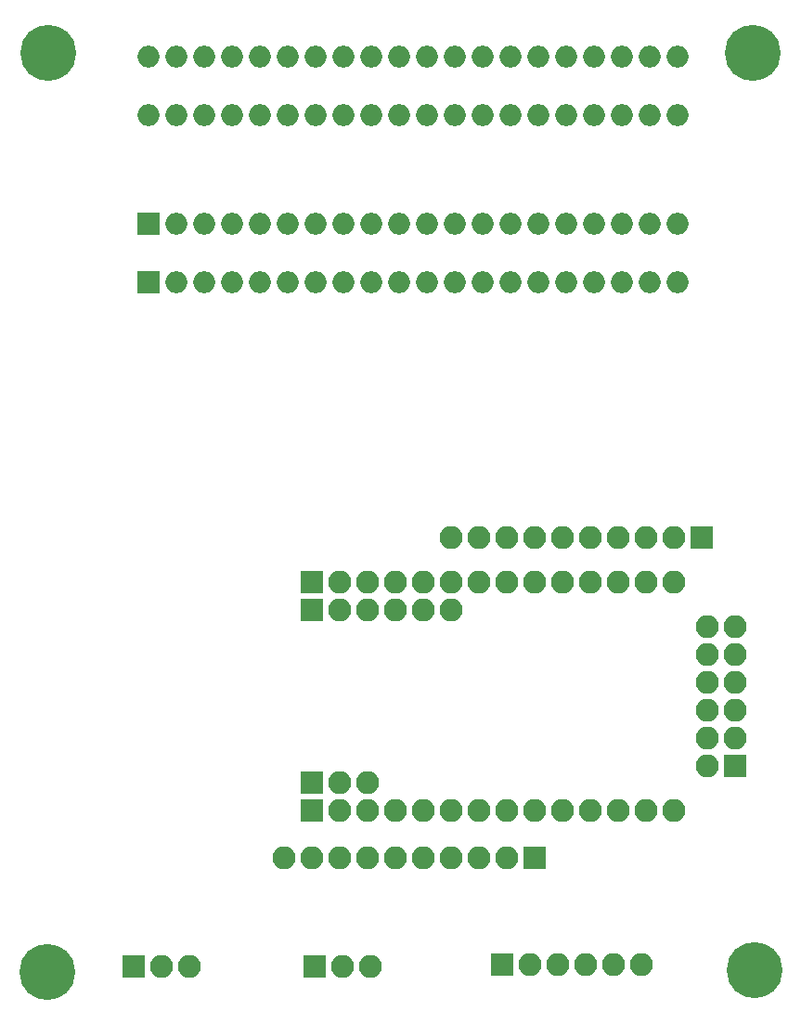
<source format=gbs>
G04 #@! TF.GenerationSoftware,KiCad,Pcbnew,(5.1.2-1)-1*
G04 #@! TF.CreationDate,2019-09-02T17:54:29+01:00*
G04 #@! TF.ProjectId,tranZPUter,7472616e-5a50-4557-9465-722e6b696361,rev?*
G04 #@! TF.SameCoordinates,Original*
G04 #@! TF.FileFunction,Soldermask,Bot*
G04 #@! TF.FilePolarity,Negative*
%FSLAX46Y46*%
G04 Gerber Fmt 4.6, Leading zero omitted, Abs format (unit mm)*
G04 Created by KiCad (PCBNEW (5.1.2-1)-1) date 2019-09-02 17:54:29*
%MOMM*%
%LPD*%
G04 APERTURE LIST*
%ADD10O,2.000000X2.000000*%
%ADD11R,2.000000X2.000000*%
%ADD12C,5.100000*%
%ADD13O,2.100000X2.100000*%
%ADD14R,2.100000X2.100000*%
G04 APERTURE END LIST*
D10*
X69351000Y-57116000D03*
X117611000Y-72356000D03*
X71891000Y-57116000D03*
X115071000Y-72356000D03*
X74431000Y-57116000D03*
X112531000Y-72356000D03*
X76971000Y-57116000D03*
X109991000Y-72356000D03*
X79511000Y-57116000D03*
X107451000Y-72356000D03*
X82051000Y-57116000D03*
X104911000Y-72356000D03*
X84591000Y-57116000D03*
X102371000Y-72356000D03*
X87131000Y-57116000D03*
X99831000Y-72356000D03*
X89671000Y-57116000D03*
X97291000Y-72356000D03*
X92211000Y-57116000D03*
X94751000Y-72356000D03*
X94751000Y-57116000D03*
X92211000Y-72356000D03*
X97291000Y-57116000D03*
X89671000Y-72356000D03*
X99831000Y-57116000D03*
X87131000Y-72356000D03*
X102371000Y-57116000D03*
X84591000Y-72356000D03*
X104911000Y-57116000D03*
X82051000Y-72356000D03*
X107451000Y-57116000D03*
X79511000Y-72356000D03*
X109991000Y-57116000D03*
X76971000Y-72356000D03*
X112531000Y-57116000D03*
X74431000Y-72356000D03*
X115071000Y-57116000D03*
X71891000Y-72356000D03*
X117611000Y-57116000D03*
D11*
X69351000Y-72356000D03*
D10*
X69351000Y-62450000D03*
X117611000Y-77690000D03*
X71891000Y-62450000D03*
X115071000Y-77690000D03*
X74431000Y-62450000D03*
X112531000Y-77690000D03*
X76971000Y-62450000D03*
X109991000Y-77690000D03*
X79511000Y-62450000D03*
X107451000Y-77690000D03*
X82051000Y-62450000D03*
X104911000Y-77690000D03*
X84591000Y-62450000D03*
X102371000Y-77690000D03*
X87131000Y-62450000D03*
X99831000Y-77690000D03*
X89671000Y-62450000D03*
X97291000Y-77690000D03*
X92211000Y-62450000D03*
X94751000Y-77690000D03*
X94751000Y-62450000D03*
X92211000Y-77690000D03*
X97291000Y-62450000D03*
X89671000Y-77690000D03*
X99831000Y-62450000D03*
X87131000Y-77690000D03*
X102371000Y-62450000D03*
X84591000Y-77690000D03*
X104911000Y-62450000D03*
X82051000Y-77690000D03*
X107451000Y-62450000D03*
X79511000Y-77690000D03*
X109991000Y-62450000D03*
X76971000Y-77690000D03*
X112531000Y-62450000D03*
X74431000Y-77690000D03*
X115071000Y-62450000D03*
X71891000Y-77690000D03*
X117611000Y-62450000D03*
D11*
X69351000Y-77690000D03*
D12*
X124596000Y-140428000D03*
X60080000Y-140555000D03*
X124469000Y-56735000D03*
X60207000Y-56735000D03*
D13*
X96910000Y-100931000D03*
X99450000Y-100931000D03*
X101990000Y-100931000D03*
X104530000Y-100931000D03*
X107070000Y-100931000D03*
X109610000Y-100931000D03*
X112150000Y-100931000D03*
X114690000Y-100931000D03*
X117230000Y-100931000D03*
D14*
X119770000Y-100931000D03*
D13*
X81670000Y-130141000D03*
X84210000Y-130141000D03*
X86750000Y-130141000D03*
X89290000Y-130141000D03*
X91830000Y-130141000D03*
X94370000Y-130141000D03*
X96910000Y-130141000D03*
X99450000Y-130141000D03*
X101990000Y-130141000D03*
D14*
X104530000Y-130141000D03*
D13*
X120278000Y-109059000D03*
X122818000Y-109059000D03*
X120278000Y-111599000D03*
X122818000Y-111599000D03*
X120278000Y-114139000D03*
X122818000Y-114139000D03*
X120278000Y-116679000D03*
X122818000Y-116679000D03*
X120278000Y-119219000D03*
X122818000Y-119219000D03*
X120278000Y-121759000D03*
D14*
X122818000Y-121759000D03*
D13*
X117230000Y-104995000D03*
X114690000Y-104995000D03*
X112150000Y-104995000D03*
X109610000Y-104995000D03*
X107070000Y-104995000D03*
X104530000Y-104995000D03*
X101990000Y-104995000D03*
X99450000Y-104995000D03*
X96910000Y-104995000D03*
X94370000Y-104995000D03*
X91830000Y-104995000D03*
X89290000Y-104995000D03*
X86750000Y-104995000D03*
D14*
X84210000Y-104995000D03*
D13*
X96910000Y-107535000D03*
X94370000Y-107535000D03*
X91830000Y-107535000D03*
X89290000Y-107535000D03*
X86750000Y-107535000D03*
D14*
X84210000Y-107535000D03*
D13*
X89290000Y-123283000D03*
X86750000Y-123283000D03*
D14*
X84210000Y-123283000D03*
D13*
X117230000Y-125823000D03*
X114690000Y-125823000D03*
X112150000Y-125823000D03*
X109610000Y-125823000D03*
X107070000Y-125823000D03*
X104530000Y-125823000D03*
X101990000Y-125823000D03*
X99450000Y-125823000D03*
X96910000Y-125823000D03*
X94370000Y-125823000D03*
X91830000Y-125823000D03*
X89290000Y-125823000D03*
X86750000Y-125823000D03*
D14*
X84210000Y-125823000D03*
D13*
X114309000Y-139920000D03*
X111769000Y-139920000D03*
X109229000Y-139920000D03*
X106689000Y-139920000D03*
X104149000Y-139920000D03*
D14*
X101609000Y-139920000D03*
D13*
X89544000Y-140047000D03*
X87004000Y-140047000D03*
D14*
X84464000Y-140047000D03*
D13*
X73034000Y-140047000D03*
X70494000Y-140047000D03*
D14*
X67954000Y-140047000D03*
M02*

</source>
